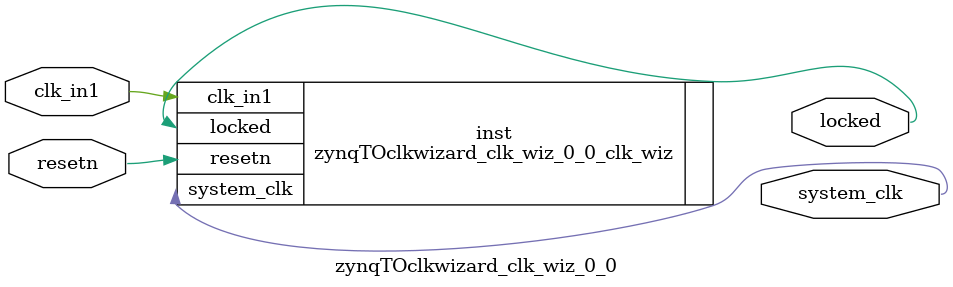
<source format=v>


`timescale 1ps/1ps

(* CORE_GENERATION_INFO = "zynqTOclkwizard_clk_wiz_0_0,clk_wiz_v6_0_11_0_0,{component_name=zynqTOclkwizard_clk_wiz_0_0,use_phase_alignment=false,use_min_o_jitter=false,use_max_i_jitter=false,use_dyn_phase_shift=false,use_inclk_switchover=false,use_dyn_reconfig=false,enable_axi=0,feedback_source=FDBK_AUTO,PRIMITIVE=MMCM,num_out_clk=1,clkin1_period=10.000,clkin2_period=10.000,use_power_down=false,use_reset=true,use_locked=true,use_inclk_stopped=false,feedback_type=SINGLE,CLOCK_MGR_TYPE=NA,manual_override=false}" *)

module zynqTOclkwizard_clk_wiz_0_0 
 (
  // Clock out ports
  output        system_clk,
  // Status and control signals
  input         resetn,
  output        locked,
 // Clock in ports
  input         clk_in1
 );

  zynqTOclkwizard_clk_wiz_0_0_clk_wiz inst
  (
  // Clock out ports  
  .system_clk(system_clk),
  // Status and control signals               
  .resetn(resetn), 
  .locked(locked),
 // Clock in ports
  .clk_in1(clk_in1)
  );

endmodule

</source>
